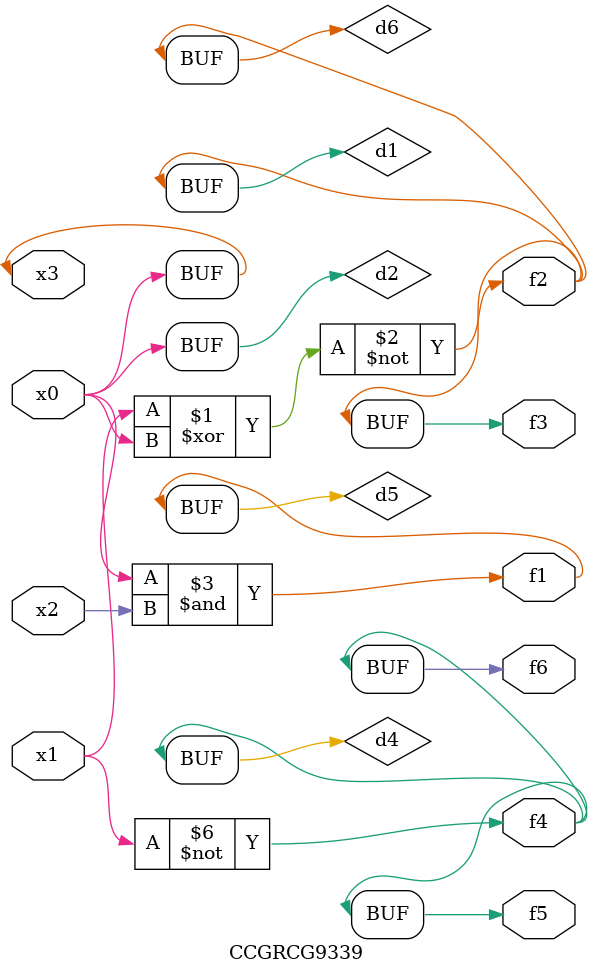
<source format=v>
module CCGRCG9339(
	input x0, x1, x2, x3,
	output f1, f2, f3, f4, f5, f6
);

	wire d1, d2, d3, d4, d5, d6;

	xnor (d1, x1, x3);
	buf (d2, x0, x3);
	nand (d3, x0, x2);
	not (d4, x1);
	nand (d5, d3);
	or (d6, d1);
	assign f1 = d5;
	assign f2 = d6;
	assign f3 = d6;
	assign f4 = d4;
	assign f5 = d4;
	assign f6 = d4;
endmodule

</source>
